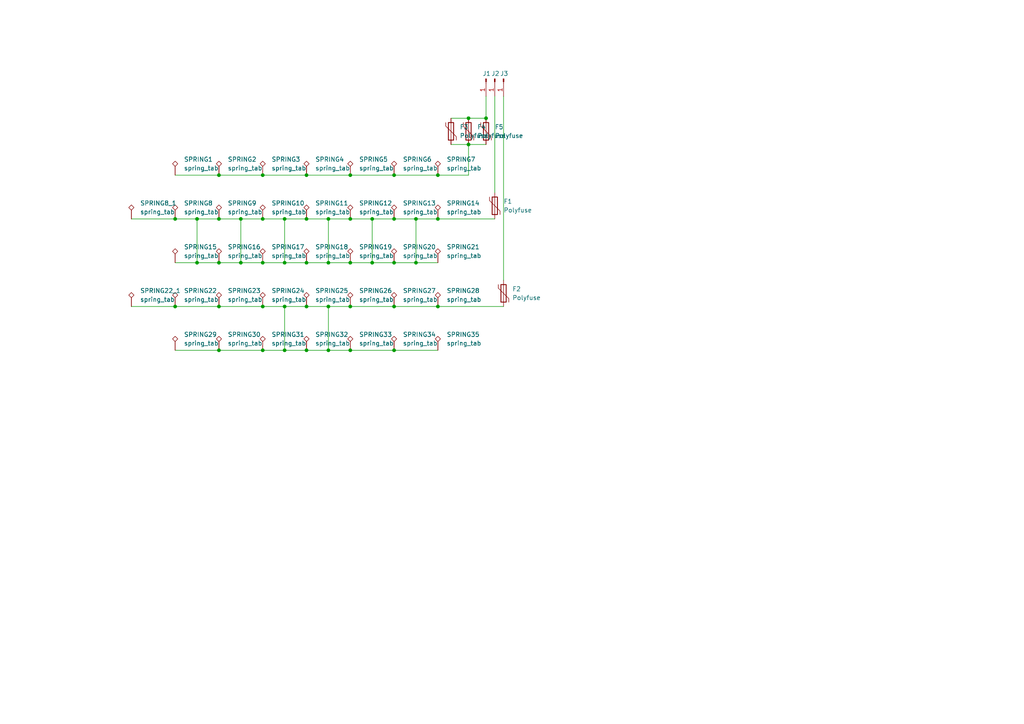
<source format=kicad_sch>
(kicad_sch (version 20231120) (generator "eeschema") (generator_version "8.0")
  (paper "A4")
  (lib_symbols
    (symbol "Connector:Conn_01x01_Pin" (pin_names (offset 1.016) hide)
      (property "Reference" "J" (at 0 2.54 0))
      (property "Value" "Conn_01x01_Pin" (at 0 -2.54 0))
      (symbol "Conn_01x01_Pin_1_1"
        (polyline (pts (xy 1.27 0) (xy 0.8636 0)) (stroke (width 0.1524)))
        (rectangle (start 0.8636 0.127) (end 0 -0.127) (stroke (width 0.1524)) (fill (type outline)))
        (pin passive line (at 5.08 0 180) (length 3.81) (name "Pin_1") (number "1"))
      )
    )
    (symbol "Connector:TestPoint_Alt" (pin_numbers hide) (pin_names (offset 0.762) hide)
      (property "Reference" "TP" (at 0 6.858 0))
      (property "Value" "TestPoint_Alt" (at 0 5.08 0))
      (symbol "TestPoint_Alt_0_1"
        (polyline (pts (xy 0 2.54) (xy -0.762 3.302) (xy 0 4.064) (xy 0.762 3.302) (xy 0 2.54)))
      )
      (symbol "TestPoint_Alt_1_1"
        (pin passive line (at 0 0 90) (length 2.54) (name "1") (number "1"))
      )
    )
    (symbol "Device:Polyfuse" (pin_numbers hide) (pin_names (offset 0))
      (property "Reference" "F" (at -2.54 0 90))
      (property "Value" "Polyfuse" (at 2.54 0 90))
      (symbol "Polyfuse_0_1"
        (rectangle (start -0.762 2.54) (end 0.762 -2.54) (stroke (width 0.254)))
        (polyline (pts (xy 0 2.54) (xy 0 -2.54)))
        (polyline (pts (xy -1.524 2.54) (xy -1.524 1.524) (xy 1.524 -1.524) (xy 1.524 -2.54)))
      )
      (symbol "Polyfuse_1_1"
        (pin passive line (at 0 3.81 270) (length 1.27) (name "~") (number "1"))
        (pin passive line (at 0 -3.81 90) (length 1.27) (name "~") (number "2"))
      )
    )
  )
  (junction (at 82.55 88.9))
  (junction (at 140.97 34.29))
  (junction (at 76.2 63.5))
  (junction (at 57.15 63.5))
  (junction (at 114.3 88.9))
  (junction (at 88.9 50.8))
  (junction (at 95.25 63.5))
  (junction (at 114.3 101.6))
  (junction (at 95.25 101.6))
  (junction (at 88.9 88.9))
  (junction (at 50.8 88.9))
  (junction (at 63.5 76.2))
  (junction (at 63.5 63.5))
  (junction (at 114.3 63.5))
  (junction (at 76.2 101.6))
  (junction (at 135.89 34.29))
  (junction (at 101.6 63.5))
  (junction (at 101.6 50.8))
  (junction (at 107.95 63.5))
  (junction (at 63.5 101.6))
  (junction (at 69.85 63.5))
  (junction (at 76.2 76.2))
  (junction (at 88.9 101.6))
  (junction (at 82.55 101.6))
  (junction (at 69.85 76.2))
  (junction (at 88.9 63.5))
  (junction (at 120.65 63.5))
  (junction (at 88.9 76.2))
  (junction (at 50.8 63.5))
  (junction (at 120.65 76.2))
  (junction (at 82.55 76.2))
  (junction (at 114.3 76.2))
  (junction (at 114.3 50.8))
  (junction (at 101.6 88.9))
  (junction (at 127 63.5))
  (junction (at 95.25 76.2))
  (junction (at 63.5 88.9))
  (junction (at 101.6 101.6))
  (junction (at 135.89 41.91))
  (junction (at 127 88.9))
  (junction (at 76.2 88.9))
  (junction (at 101.6 76.2))
  (junction (at 76.2 50.8))
  (junction (at 63.5 50.8))
  (junction (at 107.95 76.2))
  (junction (at 127 50.8))
  (junction (at 95.25 88.9))
  (junction (at 57.15 76.2))
  (junction (at 82.55 63.5))
  (wire (pts (xy 127 50.8) (xy 114.3 50.8)))
  (wire (pts (xy 50.8 50.8) (xy 63.5 50.8)))
  (wire (pts (xy 88.9 50.8) (xy 76.2 50.8)))
  (wire (pts (xy 82.55 88.9) (xy 88.9 88.9)))
  (wire (pts (xy 140.97 27.94) (xy 140.97 34.29)))
  (wire (pts (xy 127 76.2) (xy 120.65 76.2)))
  (wire (pts (xy 82.55 76.2) (xy 82.55 63.5)))
  (wire (pts (xy 63.5 88.9) (xy 76.2 88.9)))
  (wire (pts (xy 57.15 63.5) (xy 57.15 76.2)))
  (wire (pts (xy 50.8 63.5) (xy 57.15 63.5)))
  (wire (pts (xy 88.9 63.5) (xy 82.55 63.5)))
  (wire (pts (xy 57.15 76.2) (xy 50.8 76.2)))
  (wire (pts (xy 95.25 76.2) (xy 101.6 76.2)))
  (wire (pts (xy 69.85 63.5) (xy 76.2 63.5)))
  (wire (pts (xy 95.25 63.5) (xy 88.9 63.5)))
  (wire (pts (xy 146.05 27.94) (xy 146.05 81.28)))
  (wire (pts (xy 76.2 101.6) (xy 63.5 101.6)))
  (wire (pts (xy 88.9 88.9) (xy 95.25 88.9)))
  (wire (pts (xy 101.6 101.6) (xy 95.25 101.6)))
  (wire (pts (xy 63.5 101.6) (xy 50.8 101.6)))
  (wire (pts (xy 57.15 76.2) (xy 63.5 76.2)))
  (wire (pts (xy 82.55 63.5) (xy 76.2 63.5)))
  (wire (pts (xy 143.51 27.94) (xy 143.51 55.88)))
  (wire (pts (xy 135.89 50.8) (xy 127 50.8)))
  (wire (pts (xy 130.81 41.91) (xy 135.89 41.91)))
  (wire (pts (xy 140.97 34.29) (xy 135.89 34.29)))
  (wire (pts (xy 127 101.6) (xy 114.3 101.6)))
  (wire (pts (xy 95.25 101.6) (xy 88.9 101.6)))
  (wire (pts (xy 114.3 101.6) (xy 101.6 101.6)))
  (wire (pts (xy 101.6 88.9) (xy 114.3 88.9)))
  (wire (pts (xy 95.25 88.9) (xy 101.6 88.9)))
  (wire (pts (xy 82.55 101.6) (xy 76.2 101.6)))
  (wire (pts (xy 82.55 101.6) (xy 82.55 88.9)))
  (wire (pts (xy 135.89 41.91) (xy 135.89 50.8)))
  (wire (pts (xy 69.85 63.5) (xy 69.85 76.2)))
  (wire (pts (xy 146.05 88.9) (xy 127 88.9)))
  (wire (pts (xy 82.55 76.2) (xy 88.9 76.2)))
  (wire (pts (xy 101.6 76.2) (xy 107.95 76.2)))
  (wire (pts (xy 50.8 88.9) (xy 63.5 88.9)))
  (wire (pts (xy 76.2 50.8) (xy 63.5 50.8)))
  (wire (pts (xy 95.25 101.6) (xy 95.25 88.9)))
  (wire (pts (xy 114.3 63.5) (xy 120.65 63.5)))
  (wire (pts (xy 114.3 76.2) (xy 120.65 76.2)))
  (wire (pts (xy 63.5 63.5) (xy 69.85 63.5)))
  (wire (pts (xy 63.5 76.2) (xy 69.85 76.2)))
  (wire (pts (xy 114.3 50.8) (xy 101.6 50.8)))
  (wire (pts (xy 120.65 76.2) (xy 120.65 63.5)))
  (wire (pts (xy 57.15 63.5) (xy 63.5 63.5)))
  (wire (pts (xy 130.81 34.29) (xy 135.89 34.29)))
  (wire (pts (xy 127 63.5) (xy 143.51 63.5)))
  (wire (pts (xy 107.95 63.5) (xy 101.6 63.5)))
  (wire (pts (xy 107.95 76.2) (xy 114.3 76.2)))
  (wire (pts (xy 114.3 63.5) (xy 107.95 63.5)))
  (wire (pts (xy 101.6 63.5) (xy 95.25 63.5)))
  (wire (pts (xy 69.85 76.2) (xy 76.2 76.2)))
  (wire (pts (xy 140.97 41.91) (xy 135.89 41.91)))
  (wire (pts (xy 95.25 76.2) (xy 95.25 63.5)))
  (wire (pts (xy 120.65 63.5) (xy 127 63.5)))
  (wire (pts (xy 88.9 50.8) (xy 101.6 50.8)))
  (wire (pts (xy 38.1 88.9) (xy 50.8 88.9)))
  (wire (pts (xy 107.95 63.5) (xy 107.95 76.2)))
  (wire (pts (xy 88.9 76.2) (xy 95.25 76.2)))
  (wire (pts (xy 88.9 101.6) (xy 82.55 101.6)))
  (wire (pts (xy 76.2 76.2) (xy 82.55 76.2)))
  (wire (pts (xy 114.3 88.9) (xy 127 88.9)))
  (wire (pts (xy 76.2 88.9) (xy 82.55 88.9)))
  (wire (pts (xy 38.1 63.5) (xy 50.8 63.5)))
  (symbol (lib_id "Connector:TestPoint_Alt") (at 101.6 63.5 0) (unit 1)
    (property "Reference" "SPRING12" (at 104.14 58.9279 0) (effects (justify left)))
    (property "Value" "spring_tab" (at 104.14 61.4679 0) (effects (justify left)))
    (property "Footprint" "spring_tab:spring_tab" (effects (hide yes)))
    (property "Datasheet" "https://www.lcsc.com/datasheet/lcsc_datasheet_2106081532_Shenzhen-Kinghelm-Elec-KH-322035-TP_C2837578.pdf" (effects (hide yes)))
    (property "Description" "test point (alternative shape)" (effects (hide yes)))
  )
  (symbol (lib_id "Connector:TestPoint_Alt") (at 88.9 88.9 0) (unit 1)
    (property "Reference" "SPRING25" (at 91.44 84.3279 0) (effects (justify left)))
    (property "Value" "spring_tab" (at 91.44 86.8679 0) (effects (justify left)))
    (property "Footprint" "spring_tab:spring_tab" (effects (hide yes)))
    (property "Datasheet" "https://www.lcsc.com/datasheet/lcsc_datasheet_2106081532_Shenzhen-Kinghelm-Elec-KH-322035-TP_C2837578.pdf" (effects (hide yes)))
    (property "Description" "test point (alternative shape)" (effects (hide yes)))
  )
  (symbol (lib_id "Connector:TestPoint_Alt") (at 76.2 63.5 0) (unit 1)
    (property "Reference" "SPRING10" (at 78.74 58.9279 0) (effects (justify left)))
    (property "Value" "spring_tab" (at 78.74 61.4679 0) (effects (justify left)))
    (property "Footprint" "spring_tab:spring_tab" (effects (hide yes)))
    (property "Datasheet" "https://www.lcsc.com/datasheet/lcsc_datasheet_2106081532_Shenzhen-Kinghelm-Elec-KH-322035-TP_C2837578.pdf" (effects (hide yes)))
    (property "Description" "test point (alternative shape)" (effects (hide yes)))
  )
  (symbol (lib_id "Device:Polyfuse") (at 140.97 38.1 0) (unit 1)
    (property "Reference" "F5" (at 143.51 36.8299 0) (effects (justify left)))
    (property "Value" "Polyfuse" (at 143.51 39.3699 0) (effects (justify left)))
    (property "Footprint" "Fuse:Fuse_1812_4532Metric" (effects (hide yes)))
    (property "Description" "Resettable fuse, polymeric positive temperature coefficient" (effects (hide yes)))
  )
  (symbol (lib_id "Connector:TestPoint_Alt") (at 63.5 101.6 0) (unit 1)
    (property "Reference" "SPRING30" (at 66.04 97.0279 0) (effects (justify left)))
    (property "Value" "spring_tab" (at 66.04 99.5679 0) (effects (justify left)))
    (property "Footprint" "spring_tab:spring_tab" (effects (hide yes)))
    (property "Datasheet" "https://www.lcsc.com/datasheet/lcsc_datasheet_2106081532_Shenzhen-Kinghelm-Elec-KH-322035-TP_C2837578.pdf" (effects (hide yes)))
    (property "Description" "test point (alternative shape)" (effects (hide yes)))
  )
  (symbol (lib_id "Connector:TestPoint_Alt") (at 63.5 50.8 0) (unit 1)
    (property "Reference" "SPRING2" (at 66.04 46.2279 0) (effects (justify left)))
    (property "Value" "spring_tab" (at 66.04 48.7679 0) (effects (justify left)))
    (property "Footprint" "spring_tab:spring_tab" (effects (hide yes)))
    (property "Datasheet" "https://www.lcsc.com/datasheet/lcsc_datasheet_2106081532_Shenzhen-Kinghelm-Elec-KH-322035-TP_C2837578.pdf" (effects (hide yes)))
    (property "Description" "test point (alternative shape)" (effects (hide yes)))
  )
  (symbol (lib_id "Connector:TestPoint_Alt") (at 114.3 63.5 0) (unit 1)
    (property "Reference" "SPRING13" (at 116.84 58.9279 0) (effects (justify left)))
    (property "Value" "spring_tab" (at 116.84 61.4679 0) (effects (justify left)))
    (property "Footprint" "spring_tab:spring_tab" (effects (hide yes)))
    (property "Datasheet" "https://www.lcsc.com/datasheet/lcsc_datasheet_2106081532_Shenzhen-Kinghelm-Elec-KH-322035-TP_C2837578.pdf" (effects (hide yes)))
    (property "Description" "test point (alternative shape)" (effects (hide yes)))
  )
  (symbol (lib_id "Connector:TestPoint_Alt") (at 50.8 101.6 0) (unit 1)
    (property "Reference" "SPRING29" (at 53.34 97.0279 0) (effects (justify left)))
    (property "Value" "spring_tab" (at 53.34 99.5679 0) (effects (justify left)))
    (property "Footprint" "spring_tab:spring_tab" (effects (hide yes)))
    (property "Datasheet" "https://www.lcsc.com/datasheet/lcsc_datasheet_2106081532_Shenzhen-Kinghelm-Elec-KH-322035-TP_C2837578.pdf" (effects (hide yes)))
    (property "Description" "test point (alternative shape)" (effects (hide yes)))
  )
  (symbol (lib_id "Connector:TestPoint_Alt") (at 38.1 88.9 0) (unit 1)
    (property "Reference" "SPRING22_1" (at 40.64 84.3279 0) (effects (justify left)))
    (property "Value" "spring_tab" (at 40.64 86.8679 0) (effects (justify left)))
    (property "Footprint" "spring_tab:spring_tab" (effects (hide yes)))
    (property "Datasheet" "https://www.lcsc.com/datasheet/lcsc_datasheet_2106081532_Shenzhen-Kinghelm-Elec-KH-322035-TP_C2837578.pdf" (effects (hide yes)))
    (property "Description" "test point (alternative shape)" (effects (hide yes)))
  )
  (symbol (lib_id "Connector:TestPoint_Alt") (at 127 50.8 0) (unit 1)
    (property "Reference" "SPRING7" (at 129.54 46.2279 0) (effects (justify left)))
    (property "Value" "spring_tab" (at 129.54 48.7679 0) (effects (justify left)))
    (property "Footprint" "spring_tab:spring_tab" (effects (hide yes)))
    (property "Datasheet" "https://www.lcsc.com/datasheet/lcsc_datasheet_2106081532_Shenzhen-Kinghelm-Elec-KH-322035-TP_C2837578.pdf" (effects (hide yes)))
    (property "Description" "test point (alternative shape)" (effects (hide yes)))
  )
  (symbol (lib_id "Connector:TestPoint_Alt") (at 88.9 50.8 0) (unit 1)
    (property "Reference" "SPRING4" (at 91.44 46.2279 0) (effects (justify left)))
    (property "Value" "spring_tab" (at 91.44 48.7679 0) (effects (justify left)))
    (property "Footprint" "spring_tab:spring_tab" (effects (hide yes)))
    (property "Datasheet" "https://www.lcsc.com/datasheet/lcsc_datasheet_2106081532_Shenzhen-Kinghelm-Elec-KH-322035-TP_C2837578.pdf" (effects (hide yes)))
    (property "Description" "test point (alternative shape)" (effects (hide yes)))
  )
  (symbol (lib_id "Device:Polyfuse") (at 146.05 85.09 0) (unit 1)
    (property "Reference" "F2" (at 148.59 83.8199 0) (effects (justify left)))
    (property "Value" "Polyfuse" (at 148.59 86.3599 0) (effects (justify left)))
    (property "Footprint" "Fuse:Fuse_1812_4532Metric" (effects (hide yes)))
    (property "Description" "Resettable fuse, polymeric positive temperature coefficient" (effects (hide yes)))
  )
  (symbol (lib_id "Connector:TestPoint_Alt") (at 50.8 50.8 0) (unit 1)
    (property "Reference" "SPRING1" (at 53.34 46.2279 0) (effects (justify left)))
    (property "Value" "spring_tab" (at 53.34 48.7679 0) (effects (justify left)))
    (property "Footprint" "spring_tab:spring_tab" (effects (hide yes)))
    (property "Datasheet" "https://www.lcsc.com/datasheet/lcsc_datasheet_2106081532_Shenzhen-Kinghelm-Elec-KH-322035-TP_C2837578.pdf" (effects (hide yes)))
    (property "Description" "test point (alternative shape)" (effects (hide yes)))
  )
  (symbol (lib_id "Connector:Conn_01x01_Pin") (at 143.51 22.86 270) (unit 1)
    (property "Reference" "J2" (at 142.494 21.336 90) (effects (justify left)))
    (property "Value" "Conn_01x01_Pin" (effects (hide yes)))
    (property "Footprint" "SMD_spring_clamp_connector:SMD_spring_clamp_connector_1x1" (effects (hide yes)))
    (property "Description" "Generic connector, single row, 01x01, script generated" (effects (hide yes)))
  )
  (symbol (lib_id "Connector:TestPoint_Alt") (at 101.6 76.2 0) (unit 1)
    (property "Reference" "SPRING19" (at 104.14 71.6279 0) (effects (justify left)))
    (property "Value" "spring_tab" (at 104.14 74.1679 0) (effects (justify left)))
    (property "Footprint" "spring_tab:spring_tab" (effects (hide yes)))
    (property "Datasheet" "https://www.lcsc.com/datasheet/lcsc_datasheet_2106081532_Shenzhen-Kinghelm-Elec-KH-322035-TP_C2837578.pdf" (effects (hide yes)))
    (property "Description" "test point (alternative shape)" (effects (hide yes)))
  )
  (symbol (lib_id "Connector:TestPoint_Alt") (at 127 76.2 0) (unit 1)
    (property "Reference" "SPRING21" (at 129.54 71.6279 0) (effects (justify left)))
    (property "Value" "spring_tab" (at 129.54 74.1679 0) (effects (justify left)))
    (property "Footprint" "spring_tab:spring_tab" (effects (hide yes)))
    (property "Datasheet" "https://www.lcsc.com/datasheet/lcsc_datasheet_2106081532_Shenzhen-Kinghelm-Elec-KH-322035-TP_C2837578.pdf" (effects (hide yes)))
    (property "Description" "test point (alternative shape)" (effects (hide yes)))
  )
  (symbol (lib_id "Connector:TestPoint_Alt") (at 88.9 63.5 0) (unit 1)
    (property "Reference" "SPRING11" (at 91.44 58.9279 0) (effects (justify left)))
    (property "Value" "spring_tab" (at 91.44 61.4679 0) (effects (justify left)))
    (property "Footprint" "spring_tab:spring_tab" (effects (hide yes)))
    (property "Datasheet" "https://www.lcsc.com/datasheet/lcsc_datasheet_2106081532_Shenzhen-Kinghelm-Elec-KH-322035-TP_C2837578.pdf" (effects (hide yes)))
    (property "Description" "test point (alternative shape)" (effects (hide yes)))
  )
  (symbol (lib_id "Connector:TestPoint_Alt") (at 101.6 88.9 0) (unit 1)
    (property "Reference" "SPRING26" (at 104.14 84.3279 0) (effects (justify left)))
    (property "Value" "spring_tab" (at 104.14 86.8679 0) (effects (justify left)))
    (property "Footprint" "spring_tab:spring_tab" (effects (hide yes)))
    (property "Datasheet" "https://www.lcsc.com/datasheet/lcsc_datasheet_2106081532_Shenzhen-Kinghelm-Elec-KH-322035-TP_C2837578.pdf" (effects (hide yes)))
    (property "Description" "test point (alternative shape)" (effects (hide yes)))
  )
  (symbol (lib_id "Connector:TestPoint_Alt") (at 76.2 88.9 0) (unit 1)
    (property "Reference" "SPRING24" (at 78.74 84.3279 0) (effects (justify left)))
    (property "Value" "spring_tab" (at 78.74 86.8679 0) (effects (justify left)))
    (property "Footprint" "spring_tab:spring_tab" (effects (hide yes)))
    (property "Datasheet" "https://www.lcsc.com/datasheet/lcsc_datasheet_2106081532_Shenzhen-Kinghelm-Elec-KH-322035-TP_C2837578.pdf" (effects (hide yes)))
    (property "Description" "test point (alternative shape)" (effects (hide yes)))
  )
  (symbol (lib_id "Connector:TestPoint_Alt") (at 127 63.5 0) (unit 1)
    (property "Reference" "SPRING14" (at 129.54 58.9279 0) (effects (justify left)))
    (property "Value" "spring_tab" (at 129.54 61.4679 0) (effects (justify left)))
    (property "Footprint" "spring_tab:spring_tab" (effects (hide yes)))
    (property "Datasheet" "https://www.lcsc.com/datasheet/lcsc_datasheet_2106081532_Shenzhen-Kinghelm-Elec-KH-322035-TP_C2837578.pdf" (effects (hide yes)))
    (property "Description" "test point (alternative shape)" (effects (hide yes)))
  )
  (symbol (lib_id "Connector:TestPoint_Alt") (at 76.2 101.6 0) (unit 1)
    (property "Reference" "SPRING31" (at 78.74 97.0279 0) (effects (justify left)))
    (property "Value" "spring_tab" (at 78.74 99.5679 0) (effects (justify left)))
    (property "Footprint" "spring_tab:spring_tab" (effects (hide yes)))
    (property "Datasheet" "https://www.lcsc.com/datasheet/lcsc_datasheet_2106081532_Shenzhen-Kinghelm-Elec-KH-322035-TP_C2837578.pdf" (effects (hide yes)))
    (property "Description" "test point (alternative shape)" (effects (hide yes)))
  )
  (symbol (lib_id "Connector:TestPoint_Alt") (at 101.6 101.6 0) (unit 1)
    (property "Reference" "SPRING33" (at 104.14 97.0279 0) (effects (justify left)))
    (property "Value" "spring_tab" (at 104.14 99.5679 0) (effects (justify left)))
    (property "Footprint" "spring_tab:spring_tab" (effects (hide yes)))
    (property "Datasheet" "https://www.lcsc.com/datasheet/lcsc_datasheet_2106081532_Shenzhen-Kinghelm-Elec-KH-322035-TP_C2837578.pdf" (effects (hide yes)))
    (property "Description" "test point (alternative shape)" (effects (hide yes)))
  )
  (symbol (lib_id "Device:Polyfuse") (at 135.89 38.1 0) (unit 1)
    (property "Reference" "F4" (at 138.43 36.8299 0) (effects (justify left)))
    (property "Value" "Polyfuse" (at 138.43 39.3699 0) (effects (justify left)))
    (property "Footprint" "Fuse:Fuse_1812_4532Metric" (effects (hide yes)))
    (property "Description" "Resettable fuse, polymeric positive temperature coefficient" (effects (hide yes)))
  )
  (symbol (lib_id "Connector:TestPoint_Alt") (at 114.3 50.8 0) (unit 1)
    (property "Reference" "SPRING6" (at 116.84 46.2279 0) (effects (justify left)))
    (property "Value" "spring_tab" (at 116.84 48.7679 0) (effects (justify left)))
    (property "Footprint" "spring_tab:spring_tab" (effects (hide yes)))
    (property "Datasheet" "https://www.lcsc.com/datasheet/lcsc_datasheet_2106081532_Shenzhen-Kinghelm-Elec-KH-322035-TP_C2837578.pdf" (effects (hide yes)))
    (property "Description" "test point (alternative shape)" (effects (hide yes)))
  )
  (symbol (lib_id "Connector:TestPoint_Alt") (at 88.9 101.6 0) (unit 1)
    (property "Reference" "SPRING32" (at 91.44 97.0279 0) (effects (justify left)))
    (property "Value" "spring_tab" (at 91.44 99.5679 0) (effects (justify left)))
    (property "Footprint" "spring_tab:spring_tab" (effects (hide yes)))
    (property "Datasheet" "https://www.lcsc.com/datasheet/lcsc_datasheet_2106081532_Shenzhen-Kinghelm-Elec-KH-322035-TP_C2837578.pdf" (effects (hide yes)))
    (property "Description" "test point (alternative shape)" (effects (hide yes)))
  )
  (symbol (lib_id "Connector:TestPoint_Alt") (at 88.9 76.2 0) (unit 1)
    (property "Reference" "SPRING18" (at 91.44 71.6279 0) (effects (justify left)))
    (property "Value" "spring_tab" (at 91.44 74.1679 0) (effects (justify left)))
    (property "Footprint" "spring_tab:spring_tab" (effects (hide yes)))
    (property "Datasheet" "https://www.lcsc.com/datasheet/lcsc_datasheet_2106081532_Shenzhen-Kinghelm-Elec-KH-322035-TP_C2837578.pdf" (effects (hide yes)))
    (property "Description" "test point (alternative shape)" (effects (hide yes)))
  )
  (symbol (lib_id "Device:Polyfuse") (at 130.81 38.1 0) (unit 1)
    (property "Reference" "F3" (at 133.35 36.8299 0) (effects (justify left)))
    (property "Value" "Polyfuse" (at 133.35 39.3699 0) (effects (justify left)))
    (property "Footprint" "Fuse:Fuse_1812_4532Metric" (effects (hide yes)))
    (property "Description" "Resettable fuse, polymeric positive temperature coefficient" (effects (hide yes)))
  )
  (symbol (lib_id "Connector:TestPoint_Alt") (at 50.8 63.5 0) (unit 1)
    (property "Reference" "SPRING8" (at 53.34 58.9279 0) (effects (justify left)))
    (property "Value" "spring_tab" (at 53.34 61.4679 0) (effects (justify left)))
    (property "Footprint" "spring_tab:spring_tab" (effects (hide yes)))
    (property "Datasheet" "https://www.lcsc.com/datasheet/lcsc_datasheet_2106081532_Shenzhen-Kinghelm-Elec-KH-322035-TP_C2837578.pdf" (effects (hide yes)))
    (property "Description" "test point (alternative shape)" (effects (hide yes)))
  )
  (symbol (lib_id "Device:Polyfuse") (at 143.51 59.69 0) (unit 1)
    (property "Reference" "F1" (at 146.05 58.4199 0) (effects (justify left)))
    (property "Value" "Polyfuse" (at 146.05 60.9599 0) (effects (justify left)))
    (property "Footprint" "Fuse:Fuse_1812_4532Metric" (effects (hide yes)))
    (property "Description" "Resettable fuse, polymeric positive temperature coefficient" (effects (hide yes)))
  )
  (symbol (lib_id "Connector:Conn_01x01_Pin") (at 140.97 22.86 270) (unit 1)
    (property "Reference" "J1" (at 139.954 21.336 90) (effects (justify left)))
    (property "Value" "Conn_01x01_Pin" (effects (hide yes)))
    (property "Footprint" "SMD_spring_clamp_connector:SMD_spring_clamp_connector_1x1" (effects (hide yes)))
    (property "Description" "Generic connector, single row, 01x01, script generated" (effects (hide yes)))
  )
  (symbol (lib_id "Connector:Conn_01x01_Pin") (at 146.05 22.86 270) (unit 1)
    (property "Reference" "J3" (at 145.034 21.336 90) (effects (justify left)))
    (property "Value" "Conn_01x01_Pin" (effects (hide yes)))
    (property "Footprint" "SMD_spring_clamp_connector:SMD_spring_clamp_connector_1x1" (effects (hide yes)))
    (property "Description" "Generic connector, single row, 01x01, script generated" (effects (hide yes)))
  )
  (symbol (lib_id "Connector:TestPoint_Alt") (at 114.3 88.9 0) (unit 1)
    (property "Reference" "SPRING27" (at 116.84 84.3279 0) (effects (justify left)))
    (property "Value" "spring_tab" (at 116.84 86.8679 0) (effects (justify left)))
    (property "Footprint" "spring_tab:spring_tab" (effects (hide yes)))
    (property "Datasheet" "https://www.lcsc.com/datasheet/lcsc_datasheet_2106081532_Shenzhen-Kinghelm-Elec-KH-322035-TP_C2837578.pdf" (effects (hide yes)))
    (property "Description" "test point (alternative shape)" (effects (hide yes)))
  )
  (symbol (lib_id "Connector:TestPoint_Alt") (at 63.5 76.2 0) (unit 1)
    (property "Reference" "SPRING16" (at 66.04 71.6279 0) (effects (justify left)))
    (property "Value" "spring_tab" (at 66.04 74.1679 0) (effects (justify left)))
    (property "Footprint" "spring_tab:spring_tab" (effects (hide yes)))
    (property "Datasheet" "https://www.lcsc.com/datasheet/lcsc_datasheet_2106081532_Shenzhen-Kinghelm-Elec-KH-322035-TP_C2837578.pdf" (effects (hide yes)))
    (property "Description" "test point (alternative shape)" (effects (hide yes)))
  )
  (symbol (lib_id "Connector:TestPoint_Alt") (at 76.2 50.8 0) (unit 1)
    (property "Reference" "SPRING3" (at 78.74 46.2279 0) (effects (justify left)))
    (property "Value" "spring_tab" (at 78.74 48.7679 0) (effects (justify left)))
    (property "Footprint" "spring_tab:spring_tab" (effects (hide yes)))
    (property "Datasheet" "https://www.lcsc.com/datasheet/lcsc_datasheet_2106081532_Shenzhen-Kinghelm-Elec-KH-322035-TP_C2837578.pdf" (effects (hide yes)))
    (property "Description" "test point (alternative shape)" (effects (hide yes)))
  )
  (symbol (lib_id "Connector:TestPoint_Alt") (at 63.5 63.5 0) (unit 1)
    (property "Reference" "SPRING9" (at 66.04 58.9279 0) (effects (justify left)))
    (property "Value" "spring_tab" (at 66.04 61.4679 0) (effects (justify left)))
    (property "Footprint" "spring_tab:spring_tab" (effects (hide yes)))
    (property "Datasheet" "https://www.lcsc.com/datasheet/lcsc_datasheet_2106081532_Shenzhen-Kinghelm-Elec-KH-322035-TP_C2837578.pdf" (effects (hide yes)))
    (property "Description" "test point (alternative shape)" (effects (hide yes)))
  )
  (symbol (lib_id "Connector:TestPoint_Alt") (at 101.6 50.8 0) (unit 1)
    (property "Reference" "SPRING5" (at 104.14 46.2279 0) (effects (justify left)))
    (property "Value" "spring_tab" (at 104.14 48.7679 0) (effects (justify left)))
    (property "Footprint" "spring_tab:spring_tab" (effects (hide yes)))
    (property "Datasheet" "https://www.lcsc.com/datasheet/lcsc_datasheet_2106081532_Shenzhen-Kinghelm-Elec-KH-322035-TP_C2837578.pdf" (effects (hide yes)))
    (property "Description" "test point (alternative shape)" (effects (hide yes)))
  )
  (symbol (lib_id "Connector:TestPoint_Alt") (at 50.8 88.9 0) (unit 1)
    (property "Reference" "SPRING22" (at 53.34 84.3279 0) (effects (justify left)))
    (property "Value" "spring_tab" (at 53.34 86.8679 0) (effects (justify left)))
    (property "Footprint" "spring_tab:spring_tab" (effects (hide yes)))
    (property "Datasheet" "https://www.lcsc.com/datasheet/lcsc_datasheet_2106081532_Shenzhen-Kinghelm-Elec-KH-322035-TP_C2837578.pdf" (effects (hide yes)))
    (property "Description" "test point (alternative shape)" (effects (hide yes)))
  )
  (symbol (lib_id "Connector:TestPoint_Alt") (at 127 101.6 0) (unit 1)
    (property "Reference" "SPRING35" (at 129.54 97.0279 0) (effects (justify left)))
    (property "Value" "spring_tab" (at 129.54 99.5679 0) (effects (justify left)))
    (property "Footprint" "spring_tab:spring_tab" (effects (hide yes)))
    (property "Datasheet" "https://www.lcsc.com/datasheet/lcsc_datasheet_2106081532_Shenzhen-Kinghelm-Elec-KH-322035-TP_C2837578.pdf" (effects (hide yes)))
    (property "Description" "test point (alternative shape)" (effects (hide yes)))
  )
  (symbol (lib_id "Connector:TestPoint_Alt") (at 63.5 88.9 0) (unit 1)
    (property "Reference" "SPRING23" (at 66.04 84.3279 0) (effects (justify left)))
    (property "Value" "spring_tab" (at 66.04 86.8679 0) (effects (justify left)))
    (property "Footprint" "spring_tab:spring_tab" (effects (hide yes)))
    (property "Datasheet" "https://www.lcsc.com/datasheet/lcsc_datasheet_2106081532_Shenzhen-Kinghelm-Elec-KH-322035-TP_C2837578.pdf" (effects (hide yes)))
    (property "Description" "test point (alternative shape)" (effects (hide yes)))
  )
  (symbol (lib_id "Connector:TestPoint_Alt") (at 76.2 76.2 0) (unit 1)
    (property "Reference" "SPRING17" (at 78.74 71.6279 0) (effects (justify left)))
    (property "Value" "spring_tab" (at 78.74 74.1679 0) (effects (justify left)))
    (property "Footprint" "spring_tab:spring_tab" (effects (hide yes)))
    (property "Datasheet" "https://www.lcsc.com/datasheet/lcsc_datasheet_2106081532_Shenzhen-Kinghelm-Elec-KH-322035-TP_C2837578.pdf" (effects (hide yes)))
    (property "Description" "test point (alternative shape)" (effects (hide yes)))
  )
  (symbol (lib_id "Connector:TestPoint_Alt") (at 127 88.9 0) (unit 1)
    (property "Reference" "SPRING28" (at 129.54 84.3279 0) (effects (justify left)))
    (property "Value" "spring_tab" (at 129.54 86.8679 0) (effects (justify left)))
    (property "Footprint" "spring_tab:spring_tab" (effects (hide yes)))
    (property "Datasheet" "https://www.lcsc.com/datasheet/lcsc_datasheet_2106081532_Shenzhen-Kinghelm-Elec-KH-322035-TP_C2837578.pdf" (effects (hide yes)))
    (property "Description" "test point (alternative shape)" (effects (hide yes)))
  )
  (symbol (lib_id "Connector:TestPoint_Alt") (at 38.1 63.5 0) (unit 1)
    (property "Reference" "SPRING8_1" (at 40.64 58.9279 0) (effects (justify left)))
    (property "Value" "spring_tab" (at 40.64 61.4679 0) (effects (justify left)))
    (property "Footprint" "spring_tab:spring_tab" (effects (hide yes)))
    (property "Datasheet" "https://www.lcsc.com/datasheet/lcsc_datasheet_2106081532_Shenzhen-Kinghelm-Elec-KH-322035-TP_C2837578.pdf" (effects (hide yes)))
    (property "Description" "test point (alternative shape)" (effects (hide yes)))
  )
  (symbol (lib_id "Connector:TestPoint_Alt") (at 50.8 76.2 0) (unit 1)
    (property "Reference" "SPRING15" (at 53.34 71.6279 0) (effects (justify left)))
    (property "Value" "spring_tab" (at 53.34 74.1679 0) (effects (justify left)))
    (property "Footprint" "spring_tab:spring_tab" (effects (hide yes)))
    (property "Datasheet" "https://www.lcsc.com/datasheet/lcsc_datasheet_2106081532_Shenzhen-Kinghelm-Elec-KH-322035-TP_C2837578.pdf" (effects (hide yes)))
    (property "Description" "test point (alternative shape)" (effects (hide yes)))
  )
  (symbol (lib_id "Connector:TestPoint_Alt") (at 114.3 101.6 0) (unit 1)
    (property "Reference" "SPRING34" (at 116.84 97.0279 0) (effects (justify left)))
    (property "Value" "spring_tab" (at 116.84 99.5679 0) (effects (justify left)))
    (property "Footprint" "spring_tab:spring_tab" (effects (hide yes)))
    (property "Datasheet" "https://www.lcsc.com/datasheet/lcsc_datasheet_2106081532_Shenzhen-Kinghelm-Elec-KH-322035-TP_C2837578.pdf" (effects (hide yes)))
    (property "Description" "test point (alternative shape)" (effects (hide yes)))
  )
  (symbol (lib_id "Connector:TestPoint_Alt") (at 114.3 76.2 0) (unit 1)
    (property "Reference" "SPRING20" (at 116.84 71.6279 0) (effects (justify left)))
    (property "Value" "spring_tab" (at 116.84 74.1679 0) (effects (justify left)))
    (property "Footprint" "spring_tab:spring_tab" (effects (hide yes)))
    (property "Datasheet" "https://www.lcsc.com/datasheet/lcsc_datasheet_2106081532_Shenzhen-Kinghelm-Elec-KH-322035-TP_C2837578.pdf" (effects (hide yes)))
    (property "Description" "test point (alternative shape)" (effects (hide yes)))
  )
)
</source>
